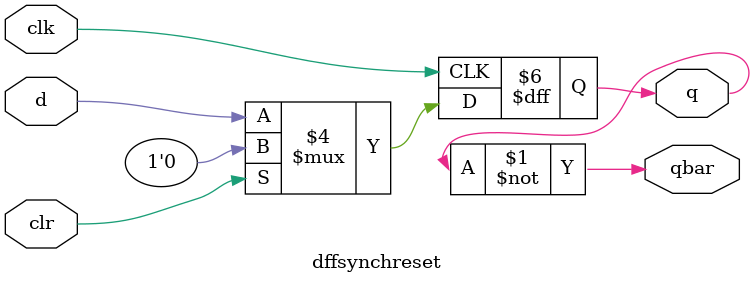
<source format=v>
module dffsynchreset(d,clk,clr,q,qbar);
input d,clk,clr;
output reg q;
output qbar;
assign qbar=~q;
always @(posedge(clk))
begin if (clr) q<=0;
else q<=d;
end
endmodule

</source>
